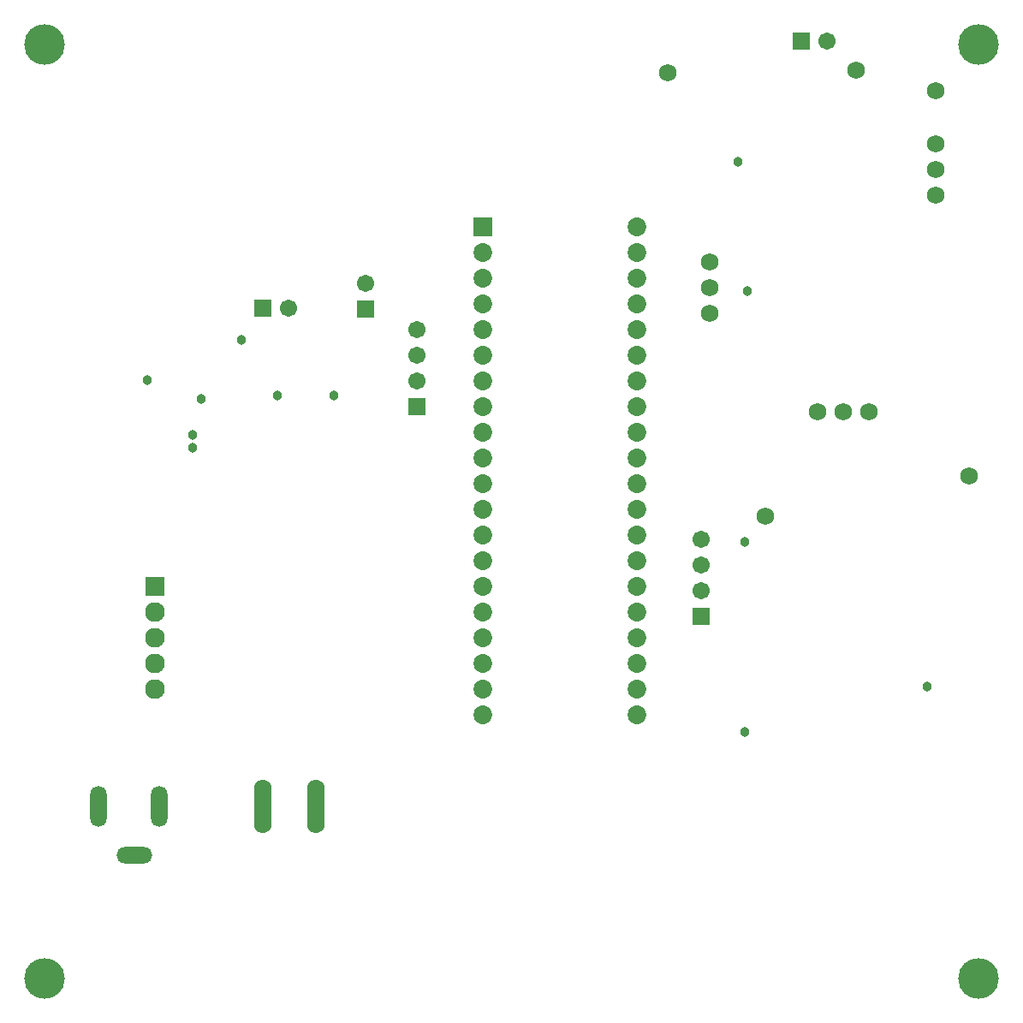
<source format=gbs>
%FSLAX25Y25*%
%MOIN*%
G70*
G01*
G75*
G04 Layer_Color=16711935*
%ADD10C,0.02000*%
%ADD11C,0.03000*%
%ADD12R,0.04724X0.02756*%
%ADD13R,0.05315X0.03347*%
%ADD14R,0.03347X0.05315*%
%ADD15O,0.07087X0.02441*%
%ADD16R,0.07087X0.02441*%
%ADD17R,0.12000X0.12000*%
%ADD18O,0.02362X0.07480*%
%ADD19R,0.02756X0.04724*%
%ADD20C,0.05000*%
%ADD21C,0.05906*%
%ADD22R,0.05906X0.05906*%
%ADD23R,0.05906X0.05906*%
%ADD24R,0.06900X0.06900*%
%ADD25C,0.06900*%
%ADD26C,0.15000*%
%ADD27C,0.06500*%
%ADD28R,0.06500X0.06500*%
%ADD29O,0.05600X0.15200*%
%ADD30O,0.13200X0.05600*%
%ADD31O,0.06000X0.20200*%
%ADD32C,0.06000*%
%ADD33C,0.03000*%
%ADD34C,0.01000*%
%ADD35C,0.00984*%
%ADD36C,0.00787*%
%ADD37C,0.02362*%
%ADD38C,0.01181*%
%ADD39R,0.05524X0.03556*%
%ADD40R,0.06115X0.04147*%
%ADD41R,0.04147X0.06115*%
%ADD42O,0.07887X0.03241*%
%ADD43R,0.07887X0.03241*%
%ADD44R,0.12800X0.12800*%
%ADD45O,0.03162X0.08280*%
%ADD46R,0.03556X0.05524*%
%ADD47C,0.06706*%
%ADD48R,0.06706X0.06706*%
%ADD49R,0.06706X0.06706*%
%ADD50R,0.07700X0.07700*%
%ADD51C,0.07700*%
%ADD52C,0.15800*%
%ADD53C,0.07300*%
%ADD54R,0.07300X0.07300*%
%ADD55O,0.06400X0.16000*%
%ADD56O,0.14000X0.06400*%
%ADD57O,0.06800X0.21000*%
%ADD58C,0.06800*%
%ADD59C,0.03800*%
D47*
X270500Y186000D02*
D03*
Y176000D02*
D03*
Y166000D02*
D03*
X319500Y380000D02*
D03*
X160000Y247500D02*
D03*
Y257500D02*
D03*
Y267500D02*
D03*
X110000Y276000D02*
D03*
X140000Y285500D02*
D03*
D48*
X270500Y156000D02*
D03*
X160000Y237500D02*
D03*
X140000Y275500D02*
D03*
D49*
X309500Y380000D02*
D03*
X100000Y276000D02*
D03*
D50*
X58000Y167500D02*
D03*
D51*
Y157500D02*
D03*
Y147500D02*
D03*
Y137500D02*
D03*
Y127500D02*
D03*
D52*
X378701Y15000D02*
D03*
X15000D02*
D03*
X378701Y378701D02*
D03*
X15000D02*
D03*
D53*
X245500Y257500D02*
D03*
Y297500D02*
D03*
Y277500D02*
D03*
Y267500D02*
D03*
Y217500D02*
D03*
Y227500D02*
D03*
Y237500D02*
D03*
Y247500D02*
D03*
Y287500D02*
D03*
Y307500D02*
D03*
Y207500D02*
D03*
Y187500D02*
D03*
Y147500D02*
D03*
Y137500D02*
D03*
Y127500D02*
D03*
Y117500D02*
D03*
Y167500D02*
D03*
Y177500D02*
D03*
Y197500D02*
D03*
Y157500D02*
D03*
X185500D02*
D03*
Y197500D02*
D03*
Y177500D02*
D03*
Y167500D02*
D03*
Y117500D02*
D03*
Y127500D02*
D03*
Y137500D02*
D03*
Y147500D02*
D03*
Y187500D02*
D03*
Y207500D02*
D03*
Y287500D02*
D03*
Y247500D02*
D03*
Y237500D02*
D03*
Y227500D02*
D03*
Y217500D02*
D03*
Y267500D02*
D03*
Y277500D02*
D03*
Y297500D02*
D03*
Y257500D02*
D03*
D54*
Y307500D02*
D03*
D55*
X59475Y82000D02*
D03*
X36000D02*
D03*
D56*
X50100Y63000D02*
D03*
D57*
X100000Y82000D02*
D03*
X120625D02*
D03*
D58*
X362000Y340000D02*
D03*
Y330000D02*
D03*
Y320000D02*
D03*
X274000Y294000D02*
D03*
Y284000D02*
D03*
Y274000D02*
D03*
X316000Y235500D02*
D03*
X326000D02*
D03*
X336000D02*
D03*
X257500Y367500D02*
D03*
X331000Y368500D02*
D03*
X362000Y360500D02*
D03*
X375000Y210500D02*
D03*
X295500Y195000D02*
D03*
D59*
X105500Y242000D02*
D03*
X127500D02*
D03*
X91500Y263500D02*
D03*
X72500Y221500D02*
D03*
Y226500D02*
D03*
X358500Y128500D02*
D03*
X287500Y185000D02*
D03*
Y111000D02*
D03*
X285000Y333000D02*
D03*
X288500Y282500D02*
D03*
X76000Y240500D02*
D03*
X55000Y248000D02*
D03*
M02*

</source>
